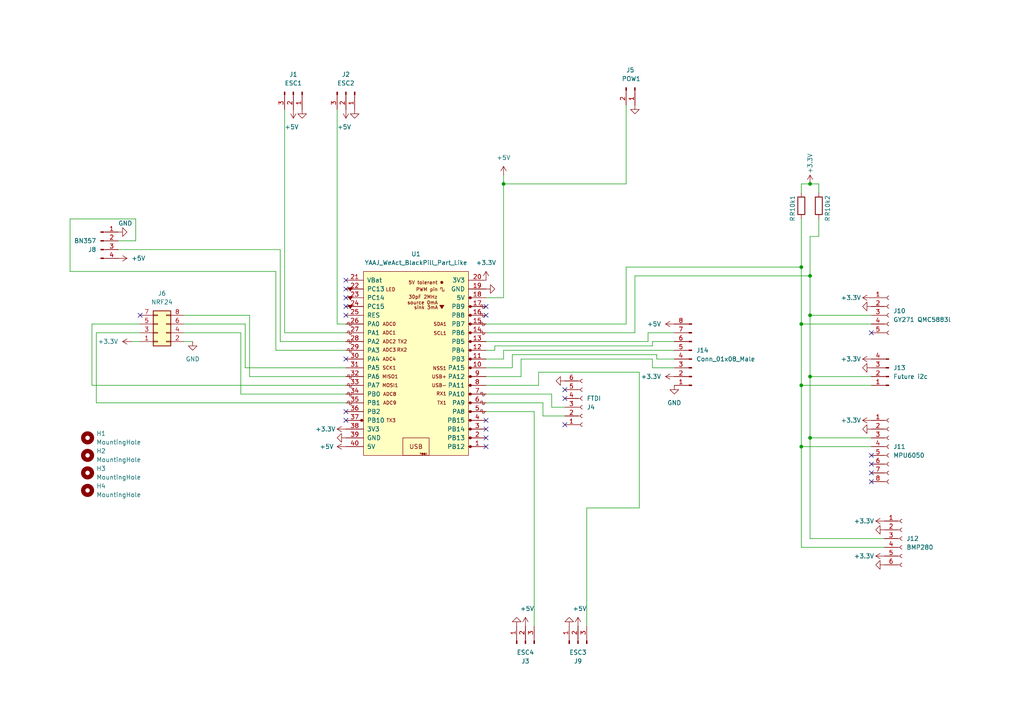
<source format=kicad_sch>
(kicad_sch (version 20211123) (generator eeschema)
  (paper "A4")
  (lib_symbols
    (symbol "Connector:Conn_01x02_Male" (pin_names (offset 1.016) hide)
      (property "Reference" "J" (at 0 2.54 0))
      (property "Value" "Conn_01x02_Male" (at 0 -5.08 0))
      (symbol "Conn_01x02_Male_1_1"
        (polyline (pts (xy 1.27 -2.54) (xy 0.8636 -2.54)) (stroke (width 0.1524)))
        (polyline (pts (xy 1.27 0) (xy 0.8636 0)) (stroke (width 0.1524)))
        (rectangle (start 0.8636 -2.413) (end 0 -2.667) (stroke (width 0.1524)) (fill (type outline)))
        (rectangle (start 0.8636 0.127) (end 0 -0.127) (stroke (width 0.1524)) (fill (type outline)))
        (pin passive line (at 5.08 0 180) (length 3.81) (name "Pin_1") (number "1"))
        (pin passive line (at 5.08 -2.54 180) (length 3.81) (name "Pin_2") (number "2"))
      )
    )
    (symbol "Connector:Conn_01x03_Male" (pin_names (offset 1.016) hide)
      (property "Reference" "J" (at 0 5.08 0))
      (property "Value" "Conn_01x03_Male" (at 0 -5.08 0))
      (symbol "Conn_01x03_Male_1_1"
        (polyline (pts (xy 1.27 -2.54) (xy 0.8636 -2.54)) (stroke (width 0.1524)))
        (polyline (pts (xy 1.27 0) (xy 0.8636 0)) (stroke (width 0.1524)))
        (polyline (pts (xy 1.27 2.54) (xy 0.8636 2.54)) (stroke (width 0.1524)))
        (rectangle (start 0.8636 -2.413) (end 0 -2.667) (stroke (width 0.1524)) (fill (type outline)))
        (rectangle (start 0.8636 0.127) (end 0 -0.127) (stroke (width 0.1524)) (fill (type outline)))
        (rectangle (start 0.8636 2.667) (end 0 2.413) (stroke (width 0.1524)) (fill (type outline)))
        (pin passive line (at 5.08 2.54 180) (length 3.81) (name "Pin_1") (number "1"))
        (pin passive line (at 5.08 0 180) (length 3.81) (name "Pin_2") (number "2"))
        (pin passive line (at 5.08 -2.54 180) (length 3.81) (name "Pin_3") (number "3"))
      )
    )
    (symbol "Connector:Conn_01x04_Male" (pin_names (offset 1.016) hide)
      (property "Reference" "J" (at 0 5.08 0))
      (property "Value" "Conn_01x04_Male" (at 0 -7.62 0))
      (symbol "Conn_01x04_Male_1_1"
        (polyline (pts (xy 1.27 -5.08) (xy 0.8636 -5.08)) (stroke (width 0.1524)))
        (polyline (pts (xy 1.27 -2.54) (xy 0.8636 -2.54)) (stroke (width 0.1524)))
        (polyline (pts (xy 1.27 0) (xy 0.8636 0)) (stroke (width 0.1524)))
        (polyline (pts (xy 1.27 2.54) (xy 0.8636 2.54)) (stroke (width 0.1524)))
        (rectangle (start 0.8636 -4.953) (end 0 -5.207) (stroke (width 0.1524)) (fill (type outline)))
        (rectangle (start 0.8636 -2.413) (end 0 -2.667) (stroke (width 0.1524)) (fill (type outline)))
        (rectangle (start 0.8636 0.127) (end 0 -0.127) (stroke (width 0.1524)) (fill (type outline)))
        (rectangle (start 0.8636 2.667) (end 0 2.413) (stroke (width 0.1524)) (fill (type outline)))
        (pin passive line (at 5.08 2.54 180) (length 3.81) (name "Pin_1") (number "1"))
        (pin passive line (at 5.08 0 180) (length 3.81) (name "Pin_2") (number "2"))
        (pin passive line (at 5.08 -2.54 180) (length 3.81) (name "Pin_3") (number "3"))
        (pin passive line (at 5.08 -5.08 180) (length 3.81) (name "Pin_4") (number "4"))
      )
    )
    (symbol "Connector:Conn_01x05_Female" (pin_names (offset 1.016) hide)
      (property "Reference" "J" (at 0 7.62 0))
      (property "Value" "Conn_01x05_Female" (at 0 -7.62 0))
      (symbol "Conn_01x05_Female_1_1"
        (arc (start 0 -4.572) (mid -0.508 -5.08) (end 0 -5.588) (stroke (width 0.1524)))
        (arc (start 0 -2.032) (mid -0.508 -2.54) (end 0 -3.048) (stroke (width 0.1524)))
        (polyline (pts (xy -1.27 -5.08) (xy -0.508 -5.08)) (stroke (width 0.1524)))
        (polyline (pts (xy -1.27 -2.54) (xy -0.508 -2.54)) (stroke (width 0.1524)))
        (polyline (pts (xy -1.27 0) (xy -0.508 0)) (stroke (width 0.1524)))
        (polyline (pts (xy -1.27 2.54) (xy -0.508 2.54)) (stroke (width 0.1524)))
        (polyline (pts (xy -1.27 5.08) (xy -0.508 5.08)) (stroke (width 0.1524)))
        (arc (start 0 0.508) (mid -0.508 0) (end 0 -0.508) (stroke (width 0.1524)))
        (arc (start 0 3.048) (mid -0.508 2.54) (end 0 2.032) (stroke (width 0.1524)))
        (arc (start 0 5.588) (mid -0.508 5.08) (end 0 4.572) (stroke (width 0.1524)))
        (pin passive line (at -5.08 5.08 0) (length 3.81) (name "Pin_1") (number "1"))
        (pin passive line (at -5.08 2.54 0) (length 3.81) (name "Pin_2") (number "2"))
        (pin passive line (at -5.08 0 0) (length 3.81) (name "Pin_3") (number "3"))
        (pin passive line (at -5.08 -2.54 0) (length 3.81) (name "Pin_4") (number "4"))
        (pin passive line (at -5.08 -5.08 0) (length 3.81) (name "Pin_5") (number "5"))
      )
    )
    (symbol "Connector:Conn_01x06_Female" (pin_names (offset 1.016) hide)
      (property "Reference" "J" (at 0 7.62 0))
      (property "Value" "Conn_01x06_Female" (at 0 -10.16 0))
      (symbol "Conn_01x06_Female_1_1"
        (arc (start 0 -7.112) (mid -0.508 -7.62) (end 0 -8.128) (stroke (width 0.1524)))
        (arc (start 0 -4.572) (mid -0.508 -5.08) (end 0 -5.588) (stroke (width 0.1524)))
        (arc (start 0 -2.032) (mid -0.508 -2.54) (end 0 -3.048) (stroke (width 0.1524)))
        (polyline (pts (xy -1.27 -7.62) (xy -0.508 -7.62)) (stroke (width 0.1524)))
        (polyline (pts (xy -1.27 -5.08) (xy -0.508 -5.08)) (stroke (width 0.1524)))
        (polyline (pts (xy -1.27 -2.54) (xy -0.508 -2.54)) (stroke (width 0.1524)))
        (polyline (pts (xy -1.27 0) (xy -0.508 0)) (stroke (width 0.1524)))
        (polyline (pts (xy -1.27 2.54) (xy -0.508 2.54)) (stroke (width 0.1524)))
        (polyline (pts (xy -1.27 5.08) (xy -0.508 5.08)) (stroke (width 0.1524)))
        (arc (start 0 0.508) (mid -0.508 0) (end 0 -0.508) (stroke (width 0.1524)))
        (arc (start 0 3.048) (mid -0.508 2.54) (end 0 2.032) (stroke (width 0.1524)))
        (arc (start 0 5.588) (mid -0.508 5.08) (end 0 4.572) (stroke (width 0.1524)))
        (pin passive line (at -5.08 5.08 0) (length 3.81) (name "Pin_1") (number "1"))
        (pin passive line (at -5.08 2.54 0) (length 3.81) (name "Pin_2") (number "2"))
        (pin passive line (at -5.08 0 0) (length 3.81) (name "Pin_3") (number "3"))
        (pin passive line (at -5.08 -2.54 0) (length 3.81) (name "Pin_4") (number "4"))
        (pin passive line (at -5.08 -5.08 0) (length 3.81) (name "Pin_5") (number "5"))
        (pin passive line (at -5.08 -7.62 0) (length 3.81) (name "Pin_6") (number "6"))
      )
    )
    (symbol "Connector:Conn_01x08_Female" (pin_names (offset 1.016) hide)
      (property "Reference" "J" (at 0 10.16 0))
      (property "Value" "Conn_01x08_Female" (at 0 -12.7 0))
      (symbol "Conn_01x08_Female_1_1"
        (arc (start 0 -9.652) (mid -0.508 -10.16) (end 0 -10.668) (stroke (width 0.1524)))
        (arc (start 0 -7.112) (mid -0.508 -7.62) (end 0 -8.128) (stroke (width 0.1524)))
        (arc (start 0 -4.572) (mid -0.508 -5.08) (end 0 -5.588) (stroke (width 0.1524)))
        (arc (start 0 -2.032) (mid -0.508 -2.54) (end 0 -3.048) (stroke (width 0.1524)))
        (polyline (pts (xy -1.27 -10.16) (xy -0.508 -10.16)) (stroke (width 0.1524)))
        (polyline (pts (xy -1.27 -7.62) (xy -0.508 -7.62)) (stroke (width 0.1524)))
        (polyline (pts (xy -1.27 -5.08) (xy -0.508 -5.08)) (stroke (width 0.1524)))
        (polyline (pts (xy -1.27 -2.54) (xy -0.508 -2.54)) (stroke (width 0.1524)))
        (polyline (pts (xy -1.27 0) (xy -0.508 0)) (stroke (width 0.1524)))
        (polyline (pts (xy -1.27 2.54) (xy -0.508 2.54)) (stroke (width 0.1524)))
        (polyline (pts (xy -1.27 5.08) (xy -0.508 5.08)) (stroke (width 0.1524)))
        (polyline (pts (xy -1.27 7.62) (xy -0.508 7.62)) (stroke (width 0.1524)))
        (arc (start 0 0.508) (mid -0.508 0) (end 0 -0.508) (stroke (width 0.1524)))
        (arc (start 0 3.048) (mid -0.508 2.54) (end 0 2.032) (stroke (width 0.1524)))
        (arc (start 0 5.588) (mid -0.508 5.08) (end 0 4.572) (stroke (width 0.1524)))
        (arc (start 0 8.128) (mid -0.508 7.62) (end 0 7.112) (stroke (width 0.1524)))
        (pin passive line (at -5.08 7.62 0) (length 3.81) (name "Pin_1") (number "1"))
        (pin passive line (at -5.08 5.08 0) (length 3.81) (name "Pin_2") (number "2"))
        (pin passive line (at -5.08 2.54 0) (length 3.81) (name "Pin_3") (number "3"))
        (pin passive line (at -5.08 0 0) (length 3.81) (name "Pin_4") (number "4"))
        (pin passive line (at -5.08 -2.54 0) (length 3.81) (name "Pin_5") (number "5"))
        (pin passive line (at -5.08 -5.08 0) (length 3.81) (name "Pin_6") (number "6"))
        (pin passive line (at -5.08 -7.62 0) (length 3.81) (name "Pin_7") (number "7"))
        (pin passive line (at -5.08 -10.16 0) (length 3.81) (name "Pin_8") (number "8"))
      )
    )
    (symbol "Connector:Conn_01x08_Male" (pin_names (offset 1.016) hide)
      (property "Reference" "J" (at 0 10.16 0))
      (property "Value" "Conn_01x08_Male" (at 0 -12.7 0))
      (symbol "Conn_01x08_Male_1_1"
        (polyline (pts (xy 1.27 -10.16) (xy 0.8636 -10.16)) (stroke (width 0.1524)))
        (polyline (pts (xy 1.27 -7.62) (xy 0.8636 -7.62)) (stroke (width 0.1524)))
        (polyline (pts (xy 1.27 -5.08) (xy 0.8636 -5.08)) (stroke (width 0.1524)))
        (polyline (pts (xy 1.27 -2.54) (xy 0.8636 -2.54)) (stroke (width 0.1524)))
        (polyline (pts (xy 1.27 0) (xy 0.8636 0)) (stroke (width 0.1524)))
        (polyline (pts (xy 1.27 2.54) (xy 0.8636 2.54)) (stroke (width 0.1524)))
        (polyline (pts (xy 1.27 5.08) (xy 0.8636 5.08)) (stroke (width 0.1524)))
        (polyline (pts (xy 1.27 7.62) (xy 0.8636 7.62)) (stroke (width 0.1524)))
        (rectangle (start 0.8636 -10.033) (end 0 -10.287) (stroke (width 0.1524)) (fill (type outline)))
        (rectangle (start 0.8636 -7.493) (end 0 -7.747) (stroke (width 0.1524)) (fill (type outline)))
        (rectangle (start 0.8636 -4.953) (end 0 -5.207) (stroke (width 0.1524)) (fill (type outline)))
        (rectangle (start 0.8636 -2.413) (end 0 -2.667) (stroke (width 0.1524)) (fill (type outline)))
        (rectangle (start 0.8636 0.127) (end 0 -0.127) (stroke (width 0.1524)) (fill (type outline)))
        (rectangle (start 0.8636 2.667) (end 0 2.413) (stroke (width 0.1524)) (fill (type outline)))
        (rectangle (start 0.8636 5.207) (end 0 4.953) (stroke (width 0.1524)) (fill (type outline)))
        (rectangle (start 0.8636 7.747) (end 0 7.493) (stroke (width 0.1524)) (fill (type outline)))
        (pin passive line (at 5.08 7.62 180) (length 3.81) (name "Pin_1") (number "1"))
        (pin passive line (at 5.08 5.08 180) (length 3.81) (name "Pin_2") (number "2"))
        (pin passive line (at 5.08 2.54 180) (length 3.81) (name "Pin_3") (number "3"))
        (pin passive line (at 5.08 0 180) (length 3.81) (name "Pin_4") (number "4"))
        (pin passive line (at 5.08 -2.54 180) (length 3.81) (name "Pin_5") (number "5"))
        (pin passive line (at 5.08 -5.08 180) (length 3.81) (name "Pin_6") (number "6"))
        (pin passive line (at 5.08 -7.62 180) (length 3.81) (name "Pin_7") (number "7"))
        (pin passive line (at 5.08 -10.16 180) (length 3.81) (name "Pin_8") (number "8"))
      )
    )
    (symbol "Connector_Generic:Conn_02x04_Odd_Even" (pin_names (offset 1.016) hide)
      (property "Reference" "J" (at 1.27 5.08 0))
      (property "Value" "Conn_02x04_Odd_Even" (at 1.27 -7.62 0))
      (symbol "Conn_02x04_Odd_Even_1_1"
        (rectangle (start -1.27 -4.953) (end 0 -5.207) (stroke (width 0.1524)))
        (rectangle (start -1.27 -2.413) (end 0 -2.667) (stroke (width 0.1524)))
        (rectangle (start -1.27 0.127) (end 0 -0.127) (stroke (width 0.1524)))
        (rectangle (start -1.27 2.667) (end 0 2.413) (stroke (width 0.1524)))
        (rectangle (start -1.27 3.81) (end 3.81 -6.35) (stroke (width 0.254)) (fill (type background)))
        (rectangle (start 3.81 -4.953) (end 2.54 -5.207) (stroke (width 0.1524)))
        (rectangle (start 3.81 -2.413) (end 2.54 -2.667) (stroke (width 0.1524)))
        (rectangle (start 3.81 0.127) (end 2.54 -0.127) (stroke (width 0.1524)))
        (rectangle (start 3.81 2.667) (end 2.54 2.413) (stroke (width 0.1524)))
        (pin passive line (at -5.08 2.54 0) (length 3.81) (name "Pin_1") (number "1"))
        (pin passive line (at 7.62 2.54 180) (length 3.81) (name "Pin_2") (number "2"))
        (pin passive line (at -5.08 0 0) (length 3.81) (name "Pin_3") (number "3"))
        (pin passive line (at 7.62 0 180) (length 3.81) (name "Pin_4") (number "4"))
        (pin passive line (at -5.08 -2.54 0) (length 3.81) (name "Pin_5") (number "5"))
        (pin passive line (at 7.62 -2.54 180) (length 3.81) (name "Pin_6") (number "6"))
        (pin passive line (at -5.08 -5.08 0) (length 3.81) (name "Pin_7") (number "7"))
        (pin passive line (at 7.62 -5.08 180) (length 3.81) (name "Pin_8") (number "8"))
      )
    )
    (symbol "Device:R" (pin_numbers hide) (pin_names (offset 0))
      (property "Reference" "R" (at 2.032 0 90))
      (property "Value" "R" (at 0 0 90))
      (symbol "R_0_1"
        (rectangle (start -1.016 -2.54) (end 1.016 2.54) (stroke (width 0.254)))
      )
      (symbol "R_1_1"
        (pin passive line (at 0 3.81 270) (length 1.27) (name "~") (number "1"))
        (pin passive line (at 0 -3.81 90) (length 1.27) (name "~") (number "2"))
      )
    )
    (symbol "Mechanical:MountingHole" (pin_names (offset 1.016))
      (property "Reference" "H" (at 0 5.08 0))
      (property "Value" "MountingHole" (at 0 3.175 0))
      (symbol "MountingHole_0_1"
        (circle (center 0 0) (radius 1.27) (stroke (width 1.27)))
      )
    )
    (symbol "blackpill breakout:YAAJ_WeAct_BlackPill_Part_Like" (pin_names (offset 1.016))
      (property "Reference" "U" (at -12.7 27.94 0))
      (property "Value" "YAAJ_WeAct_BlackPill_Part_Like" (at 0 2.54 90))
      (symbol "YAAJ_WeAct_BlackPill_Part_Like_0_0"
        (circle (center -15.748 -20.32) (radius 0.3556) (fill (type outline)))
        (circle (center -15.748 -17.78) (radius 0.3556) (fill (type outline)))
        (circle (center -15.748 -15.24) (radius 0.3556) (fill (type outline)))
        (circle (center -15.748 -12.7) (radius 0.3556) (fill (type outline)))
        (circle (center -15.748 -10.16) (radius 0.3556) (fill (type outline)))
        (circle (center -15.748 -7.62) (radius 0.3556) (fill (type outline)))
        (circle (center -15.748 -5.08) (radius 0.3556) (fill (type outline)))
        (circle (center -15.748 -2.54) (radius 0.3556) (fill (type outline)))
        (circle (center -15.748 0) (radius 0.3556) (fill (type outline)))
        (circle (center -15.748 2.54) (radius 0.3556) (fill (type outline)))
        (circle (center -15.748 5.08) (radius 0.3556) (fill (type outline)))
        (circle (center -15.748 7.62) (radius 0.3556) (fill (type outline)))
        (circle (center -15.748 10.16) (radius 0.3556) (fill (type outline)))
        (circle (center -15.748 12.7) (radius 0.3556) (fill (type outline)))
        (circle (center -15.748 15.24) (radius 0.3556) (fill (type outline)))
        (circle (center -15.748 17.78) (radius 0.3556) (fill (type outline)))
        (circle (center -15.748 22.86) (radius 0.3556) (fill (type outline)))
        (circle (center -7.493 -24.765) (radius 0.127) (fill (type outline)))
        (circle (center -7.493 -24.765) (radius 0.254))
        (circle (center -7.493 -24.765) (radius 0.3556))
        (polyline (pts (xy -8.128 -18.161) (xy -7.493 -17.145) (xy -6.858 -18.161) (xy -8.128 -18.161) (xy -7.493 -17.272) (xy -6.985 -18.161) (xy -8.001 -18.034) (xy -7.493 -17.399) (xy -7.112 -18.161) (xy -7.874 -17.907) (xy -7.366 -17.526) (xy -7.239 -18.161) (xy -7.747 -17.78) (xy -7.239 -17.653) (xy -7.366 -18.034) (xy -7.62 -17.78) (xy -7.366 -17.907) (xy -7.493 -17.653)))
        (polyline (pts (xy 18.415 -23.241) (xy 19.05 -22.225) (xy 19.685 -23.241) (xy 18.415 -23.241) (xy 19.05 -22.352) (xy 19.558 -23.241) (xy 18.542 -23.114) (xy 19.05 -22.479) (xy 19.431 -23.241) (xy 18.669 -22.987) (xy 19.177 -22.606) (xy 19.304 -23.241) (xy 18.796 -22.86) (xy 19.304 -22.733) (xy 19.177 -23.114) (xy 18.923 -22.86) (xy 19.177 -22.987) (xy 19.05 -22.733)))
        (polyline (pts (xy 18.415 -20.701) (xy 19.05 -19.685) (xy 19.685 -20.701) (xy 18.415 -20.701) (xy 19.05 -19.812) (xy 19.558 -20.701) (xy 18.542 -20.574) (xy 19.05 -19.939) (xy 19.431 -20.701) (xy 18.669 -20.447) (xy 19.177 -20.066) (xy 19.304 -20.701) (xy 18.796 -20.32) (xy 19.304 -20.193) (xy 19.177 -20.574) (xy 18.923 -20.32) (xy 19.177 -20.447) (xy 19.05 -20.193)))
        (polyline (pts (xy 18.415 -18.161) (xy 19.05 -17.145) (xy 19.685 -18.161) (xy 18.415 -18.161) (xy 19.05 -17.272) (xy 19.558 -18.161) (xy 18.542 -18.034) (xy 19.05 -17.399) (xy 19.431 -18.161) (xy 18.669 -17.907) (xy 19.177 -17.526) (xy 19.304 -18.161) (xy 18.796 -17.78) (xy 19.304 -17.653) (xy 19.177 -18.034) (xy 18.923 -17.78) (xy 19.177 -17.907) (xy 19.05 -17.653)))
        (circle (center 15.748 15.24) (radius 0.254) (fill (type outline)))
        (circle (center 15.748 15.24) (radius 0.3556))
        (text "30pF 2MHz" (at -2.032 -20.574 0) (effects (font (size 0.9906 0.9906))))
        (text "5V tolerant" (at -2.032 -24.765 0) (effects (font (size 0.9906 0.9906))))
        (text "ADC0" (at 7.747 -12.7 0) (effects (font (size 0.9906 0.9906))))
        (text "ADC1" (at 7.747 -10.16 0) (effects (font (size 0.9906 0.9906))))
        (text "ADC2" (at 7.747 -7.62 0) (effects (font (size 0.9906 0.9906))))
        (text "ADC3" (at 7.747 -5.207 0) (effects (font (size 0.9906 0.9906))))
        (text "ADC4" (at 7.747 -2.54 0) (effects (font (size 0.9906 0.9906))))
        (text "ADC8" (at 7.62 7.62 0) (effects (font (size 0.9906 0.9906))))
        (text "ADC9" (at 7.62 10.16 0) (effects (font (size 0.9906 0.9906))))
        (text "LED" (at 7.366 -22.733 0) (effects (font (size 0.9906 0.9906))))
        (text "MISO1" (at 7.493 2.54 0) (effects (font (size 0.9906 0.9906))))
        (text "MOSI1" (at 7.493 5.08 0) (effects (font (size 0.9906 0.9906))))
        (text "NSS1" (at -6.858 0.127 0) (effects (font (size 0.9906 0.9906))))
        (text "PWM pin" (at -3.175 -22.733 0) (effects (font (size 0.9906 0.9906))))
        (text "RX1" (at -7.366 7.493 0) (effects (font (size 0.9906 0.9906))))
        (text "RX2" (at 4.064 -5.207 0) (effects (font (size 0.9906 0.9906))))
        (text "SCK1" (at 7.747 0 0) (effects (font (size 0.9906 0.9906))))
        (text "SCL1" (at -6.985 -10.033 0) (effects (font (size 0.9906 0.9906))))
        (text "SDA1" (at -6.985 -12.7 0) (effects (font (size 0.9906 0.9906))))
        (text "sink 3mA" (at -2.921 -17.526 0) (effects (font (size 0.9906 0.9906))))
        (text "source 0mA" (at -1.905 -18.923 0) (effects (font (size 0.9906 0.9906))))
        (text "TX1" (at -7.493 10.16 0) (effects (font (size 0.9906 0.9906))))
        (text "TX2" (at 3.937 -7.62 0) (effects (font (size 0.9906 0.9906))))
        (text "TX3" (at 7.239 15.24 0) (effects (font (size 0.9906 0.9906))))
        (text "USB" (at 0 22.86 0) (effects (font (size 1.27 1.27))))
        (text "USB+" (at -6.731 2.54 0) (effects (font (size 0.9906 0.9906))))
        (text "USB-" (at -6.731 5.08 0) (effects (font (size 0.9906 0.9906))))
        (text "Y@@J" (at -2.159 24.892 0) (effects (font (size 0.508 0.508))))
      )
      (symbol "YAAJ_WeAct_BlackPill_Part_Like_0_1"
        (rectangle (start -15.24 25.4) (end 15.24 -27.94) (fill (type background)))
        (polyline (pts (xy -18.796 -17.78) (xy -18.796 -18.288) (xy -19.304 -18.288) (xy -19.304 -17.272) (xy -19.812 -17.272) (xy -19.812 -17.78)))
        (polyline (pts (xy -18.796 -15.24) (xy -18.796 -15.748) (xy -19.304 -15.748) (xy -19.304 -14.732) (xy -19.812 -14.732) (xy -19.812 -15.24)))
        (polyline (pts (xy -18.796 -12.7) (xy -18.796 -13.208) (xy -19.304 -13.208) (xy -19.304 -12.192) (xy -19.812 -12.192) (xy -19.812 -12.7)))
        (polyline (pts (xy -18.796 -10.16) (xy -18.796 -10.668) (xy -19.304 -10.668) (xy -19.304 -9.652) (xy -19.812 -9.652) (xy -19.812 -10.16)))
        (polyline (pts (xy -18.796 7.62) (xy -18.796 7.112) (xy -19.304 7.112) (xy -19.304 8.128) (xy -19.812 8.128) (xy -19.812 7.62)))
        (polyline (pts (xy -18.796 10.16) (xy -18.796 9.652) (xy -19.304 9.652) (xy -19.304 10.668) (xy -19.812 10.668) (xy -19.812 10.16)))
        (polyline (pts (xy -18.796 12.7) (xy -18.796 12.192) (xy -19.304 12.192) (xy -19.304 13.208) (xy -19.812 13.208) (xy -19.812 12.7)))
        (polyline (pts (xy -7.112 -22.733) (xy -7.112 -23.241) (xy -7.62 -23.241) (xy -7.62 -22.225) (xy -8.128 -22.225) (xy -8.128 -22.733)))
        (polyline (pts (xy 19.812 -12.7) (xy 19.812 -13.208) (xy 19.304 -13.208) (xy 19.304 -12.192) (xy 18.796 -12.192) (xy 18.796 -12.7)))
        (polyline (pts (xy 19.812 -10.16) (xy 19.812 -10.668) (xy 19.304 -10.668) (xy 19.304 -9.652) (xy 18.796 -9.652) (xy 18.796 -10.16)))
        (polyline (pts (xy 19.812 -7.62) (xy 19.812 -8.128) (xy 19.304 -8.128) (xy 19.304 -7.112) (xy 18.796 -7.112) (xy 18.796 -7.62)))
        (polyline (pts (xy 19.812 -5.08) (xy 19.812 -5.588) (xy 19.304 -5.588) (xy 19.304 -4.572) (xy 18.796 -4.572) (xy 18.796 -5.08)))
        (polyline (pts (xy 19.812 2.54) (xy 19.812 2.032) (xy 19.304 2.032) (xy 19.304 3.048) (xy 18.796 3.048) (xy 18.796 2.54)))
        (polyline (pts (xy 19.812 5.08) (xy 19.812 4.572) (xy 19.304 4.572) (xy 19.304 5.588) (xy 18.796 5.588) (xy 18.796 5.08)))
        (polyline (pts (xy 19.812 7.62) (xy 19.812 7.112) (xy 19.304 7.112) (xy 19.304 8.128) (xy 18.796 8.128) (xy 18.796 7.62)))
        (polyline (pts (xy 19.812 10.16) (xy 19.812 9.652) (xy 19.304 9.652) (xy 19.304 10.668) (xy 18.796 10.668) (xy 18.796 10.16)))
        (rectangle (start 3.81 25.4) (end -3.81 20.32))
      )
      (symbol "YAAJ_WeAct_BlackPill_Part_Like_1_1"
        (circle (center -15.748 20.32) (radius 0.3556) (fill (type outline)))
        (pin bidirectional line (at -20.32 22.86 0) (length 5.08) (name "PB12") (number "1"))
        (pin bidirectional line (at -20.32 0 0) (length 5.08) (name "PA15") (number "10"))
        (pin bidirectional line (at -20.32 -2.54 0) (length 5.08) (name "PB3") (number "11"))
        (pin bidirectional line (at -20.32 -5.08 0) (length 5.08) (name "PB4") (number "12"))
        (pin bidirectional line (at -20.32 -7.62 0) (length 5.08) (name "PB5") (number "13"))
        (pin bidirectional line (at -20.32 -10.16 0) (length 5.08) (name "PB6") (number "14"))
        (pin bidirectional line (at -20.32 -12.7 0) (length 5.08) (name "PB7") (number "15"))
        (pin bidirectional line (at -20.32 -15.24 0) (length 5.08) (name "PB8") (number "16"))
        (pin bidirectional line (at -20.32 -17.78 0) (length 5.08) (name "PB9") (number "17"))
        (pin power_in line (at -20.32 -20.32 0) (length 5.08) (name "5V") (number "18"))
        (pin power_in line (at -20.32 -22.86 0) (length 5.08) (name "GND") (number "19"))
        (pin bidirectional line (at -20.32 20.32 0) (length 5.08) (name "PB13") (number "2"))
        (pin power_in line (at -20.32 -25.4 0) (length 5.08) (name "3V3") (number "20"))
        (pin power_in line (at 20.32 -25.4 180) (length 5.08) (name "VBat") (number "21"))
        (pin bidirectional line (at 20.32 -22.86 180) (length 5.08) (name "PC13") (number "22"))
        (pin bidirectional line (at 20.32 -20.32 180) (length 5.08) (name "PC14") (number "23"))
        (pin bidirectional line (at 20.32 -17.78 180) (length 5.08) (name "PC15") (number "24"))
        (pin input line (at 20.32 -15.24 180) (length 5.08) (name "RES") (number "25"))
        (pin bidirectional line (at 20.32 -12.7 180) (length 5.08) (name "PA0") (number "26"))
        (pin bidirectional line (at 20.32 -10.16 180) (length 5.08) (name "PA1") (number "27"))
        (pin bidirectional line (at 20.32 -7.62 180) (length 5.08) (name "PA2") (number "28"))
        (pin bidirectional line (at 20.32 -5.08 180) (length 5.08) (name "PA3") (number "29"))
        (pin bidirectional line (at -20.32 17.78 0) (length 5.08) (name "PB14") (number "3"))
        (pin bidirectional line (at 20.32 -2.54 180) (length 5.08) (name "PA4") (number "30"))
        (pin bidirectional line (at 20.32 0 180) (length 5.08) (name "PA5") (number "31"))
        (pin bidirectional line (at 20.32 2.54 180) (length 5.08) (name "PA6") (number "32"))
        (pin bidirectional line (at 20.32 5.08 180) (length 5.08) (name "PA7") (number "33"))
        (pin bidirectional line (at 20.32 7.62 180) (length 5.08) (name "PB0") (number "34"))
        (pin bidirectional line (at 20.32 10.16 180) (length 5.08) (name "PB1") (number "35"))
        (pin bidirectional line (at 20.32 12.7 180) (length 5.08) (name "PB2") (number "36"))
        (pin bidirectional line (at 20.32 15.24 180) (length 5.08) (name "PB10") (number "37"))
        (pin power_in line (at 20.32 17.78 180) (length 5.08) (name "3V3") (number "38"))
        (pin power_in line (at 20.32 20.32 180) (length 5.08) (name "GND") (number "39"))
        (pin bidirectional line (at -20.32 15.24 0) (length 5.08) (name "PB15") (number "4"))
        (pin power_in line (at 20.32 22.86 180) (length 5.08) (name "5V") (number "40"))
        (pin bidirectional line (at -20.32 12.7 0) (length 5.08) (name "PA8") (number "5"))
        (pin bidirectional line (at -20.32 10.16 0) (length 5.08) (name "PA9") (number "6"))
        (pin bidirectional line (at -20.32 7.62 0) (length 5.08) (name "PA10") (number "7"))
        (pin bidirectional line (at -20.32 5.08 0) (length 5.08) (name "PA11") (number "8"))
        (pin bidirectional line (at -20.32 2.54 0) (length 5.08) (name "PA12") (number "9"))
      )
    )
    (symbol "power:+3.3V" (power) (pin_names (offset 0))
      (property "Value" "+3.3V" (at 0 3.556 0))
      (symbol "+3.3V_0_1"
        (polyline (pts (xy -0.762 1.27) (xy 0 2.54)))
        (polyline (pts (xy 0 0) (xy 0 2.54)))
        (polyline (pts (xy 0 2.54) (xy 0.762 1.27)))
      )
      (symbol "+3.3V_1_1"
        (pin power_in line (at 0 0 90) (length 0) hide (name "+3.3V") (number "1"))
      )
    )
    (symbol "power:+5V" (power) (pin_names (offset 0))
      (property "Value" "+5V" (at 0 3.556 0))
      (symbol "+5V_0_1"
        (polyline (pts (xy -0.762 1.27) (xy 0 2.54)))
        (polyline (pts (xy 0 0) (xy 0 2.54)))
        (polyline (pts (xy 0 2.54) (xy 0.762 1.27)))
      )
      (symbol "+5V_1_1"
        (pin power_in line (at 0 0 90) (length 0) hide (name "+5V") (number "1"))
      )
    )
    (symbol "power:GND" (power) (pin_names (offset 0))
      (property "Value" "GND" (at 0 -3.81 0))
      (symbol "GND_0_1"
        (polyline (pts (xy 0 0) (xy 0 -1.27) (xy 1.27 -1.27) (xy 0 -2.54) (xy -1.27 -1.27) (xy 0 -1.27)))
      )
      (symbol "GND_1_1"
        (pin power_in line (at 0 0 270) (length 0) hide (name "GND") (number "1"))
      )
    )
  )
  (junction (at 234.95 109.22))
  (junction (at 232.41 111.76))
  (junction (at 232.41 129.54))
  (junction (at 146.05 53.34))
  (junction (at 234.95 53.34))
  (junction (at 234.95 80.01))
  (junction (at 234.95 127))
  (junction (at 234.95 91.44))
  (junction (at 232.41 77.47))
  (junction (at 232.41 93.98))
  (no_connect (at 252.73 96.52))
  (no_connect (at 100.33 121.92))
  (no_connect (at 140.97 121.92))
  (no_connect (at 140.97 124.46))
  (no_connect (at 140.97 129.54))
  (no_connect (at 140.97 127))
  (no_connect (at 252.73 139.7))
  (no_connect (at 252.73 132.08))
  (no_connect (at 252.73 134.62))
  (no_connect (at 252.73 137.16))
  (no_connect (at 100.33 83.82))
  (no_connect (at 100.33 81.28))
  (no_connect (at 100.33 119.38))
  (no_connect (at 100.33 104.14))
  (no_connect (at 100.33 91.44))
  (no_connect (at 100.33 88.9))
  (no_connect (at 100.33 86.36))
  (no_connect (at 163.83 115.57))
  (no_connect (at 163.83 113.03))
  (no_connect (at 163.83 123.19))
  (no_connect (at 140.97 91.44))
  (no_connect (at 140.97 88.9))
  (no_connect (at 40.64 91.44))
  (wire (pts (xy 146.05 86.36) (xy 140.97 86.36)))
  (wire (pts (xy 53.34 96.52) (xy 69.85 96.52)))
  (wire (pts (xy 189.23 99.06) (xy 195.58 99.06)))
  (wire (pts (xy 190.5 102.87) (xy 190.5 104.14)))
  (wire (pts (xy 72.39 91.44) (xy 72.39 109.22)))
  (wire (pts (xy 82.55 31.75) (xy 82.55 96.52)))
  (wire (pts (xy 170.18 147.32) (xy 170.18 181.61)))
  (wire (pts (xy 140.97 96.52) (xy 184.15 96.52)))
  (wire (pts (xy 69.85 114.3) (xy 100.33 114.3)))
  (wire (pts (xy 39.37 63.5) (xy 20.32 63.5)))
  (wire (pts (xy 148.59 102.87) (xy 190.5 102.87)))
  (wire (pts (xy 181.61 77.47) (xy 232.41 77.47)))
  (wire (pts (xy 26.67 111.76) (xy 26.67 93.98)))
  (wire (pts (xy 38.1 99.06) (xy 40.64 99.06)))
  (wire (pts (xy 237.49 63.5) (xy 237.49 68.58)))
  (wire (pts (xy 71.12 106.68) (xy 100.33 106.68)))
  (wire (pts (xy 160.02 114.3) (xy 160.02 118.11)))
  (wire (pts (xy 27.94 96.52) (xy 40.64 96.52)))
  (wire (pts (xy 185.42 147.32) (xy 170.18 147.32)))
  (wire (pts (xy 69.85 96.52) (xy 69.85 114.3)))
  (wire (pts (xy 140.97 101.6) (xy 143.51 101.6)))
  (wire (pts (xy 80.01 101.6) (xy 100.33 101.6)))
  (wire (pts (xy 146.05 53.34) (xy 146.05 86.36)))
  (wire (pts (xy 232.41 129.54) (xy 252.73 129.54)))
  (wire (pts (xy 71.12 93.98) (xy 71.12 106.68)))
  (wire (pts (xy 163.83 120.65) (xy 157.48 120.65)))
  (wire (pts (xy 97.79 31.75) (xy 97.79 93.98)))
  (wire (pts (xy 232.41 158.75) (xy 256.54 158.75)))
  (wire (pts (xy 187.96 96.52) (xy 195.58 96.52)))
  (wire (pts (xy 146.05 101.6) (xy 146.05 104.14)))
  (wire (pts (xy 237.49 53.34) (xy 237.49 55.88)))
  (wire (pts (xy 189.23 106.68) (xy 189.23 104.14)))
  (wire (pts (xy 234.95 91.44) (xy 252.73 91.44)))
  (wire (pts (xy 234.95 109.22) (xy 252.73 109.22)))
  (wire (pts (xy 232.41 77.47) (xy 232.41 93.98)))
  (wire (pts (xy 234.95 127) (xy 234.95 156.21)))
  (wire (pts (xy 187.96 99.06) (xy 187.96 96.52)))
  (wire (pts (xy 27.94 116.84) (xy 100.33 116.84)))
  (wire (pts (xy 154.94 119.38) (xy 154.94 181.61)))
  (wire (pts (xy 185.42 107.95) (xy 185.42 147.32)))
  (wire (pts (xy 181.61 30.48) (xy 181.61 53.34)))
  (wire (pts (xy 232.41 93.98) (xy 232.41 111.76)))
  (wire (pts (xy 140.97 104.14) (xy 146.05 104.14)))
  (wire (pts (xy 234.95 68.58) (xy 234.95 80.01)))
  (wire (pts (xy 140.97 106.68) (xy 148.59 106.68)))
  (wire (pts (xy 151.13 104.14) (xy 151.13 109.22)))
  (wire (pts (xy 184.15 96.52) (xy 184.15 80.01)))
  (wire (pts (xy 232.41 53.34) (xy 234.95 53.34)))
  (wire (pts (xy 234.95 80.01) (xy 234.95 91.44)))
  (wire (pts (xy 189.23 100.33) (xy 189.23 99.06)))
  (wire (pts (xy 160.02 118.11) (xy 163.83 118.11)))
  (wire (pts (xy 81.28 99.06) (xy 100.33 99.06)))
  (wire (pts (xy 234.95 91.44) (xy 234.95 109.22)))
  (wire (pts (xy 80.01 78.74) (xy 80.01 101.6)))
  (wire (pts (xy 34.29 69.85) (xy 39.37 69.85)))
  (wire (pts (xy 72.39 109.22) (xy 100.33 109.22)))
  (wire (pts (xy 53.34 93.98) (xy 71.12 93.98)))
  (wire (pts (xy 82.55 96.52) (xy 100.33 96.52)))
  (wire (pts (xy 140.97 116.84) (xy 157.48 116.84)))
  (wire (pts (xy 234.95 127) (xy 252.73 127)))
  (wire (pts (xy 143.51 100.33) (xy 189.23 100.33)))
  (wire (pts (xy 234.95 156.21) (xy 256.54 156.21)))
  (wire (pts (xy 189.23 104.14) (xy 151.13 104.14)))
  (wire (pts (xy 53.34 91.44) (xy 72.39 91.44)))
  (wire (pts (xy 148.59 106.68) (xy 148.59 102.87)))
  (wire (pts (xy 34.29 72.39) (xy 81.28 72.39)))
  (wire (pts (xy 20.32 78.74) (xy 80.01 78.74)))
  (wire (pts (xy 232.41 55.88) (xy 232.41 53.34)))
  (wire (pts (xy 232.41 63.5) (xy 232.41 77.47)))
  (wire (pts (xy 232.41 111.76) (xy 252.73 111.76)))
  (wire (pts (xy 195.58 101.6) (xy 146.05 101.6)))
  (wire (pts (xy 26.67 93.98) (xy 40.64 93.98)))
  (wire (pts (xy 190.5 104.14) (xy 195.58 104.14)))
  (wire (pts (xy 234.95 109.22) (xy 234.95 127)))
  (wire (pts (xy 20.32 63.5) (xy 20.32 78.74)))
  (wire (pts (xy 195.58 106.68) (xy 189.23 106.68)))
  (wire (pts (xy 156.21 107.95) (xy 185.42 107.95)))
  (wire (pts (xy 232.41 129.54) (xy 232.41 158.75)))
  (wire (pts (xy 252.73 93.98) (xy 232.41 93.98)))
  (wire (pts (xy 81.28 99.06) (xy 81.28 72.39)))
  (wire (pts (xy 143.51 101.6) (xy 143.51 100.33)))
  (wire (pts (xy 151.13 109.22) (xy 140.97 109.22)))
  (wire (pts (xy 184.15 80.01) (xy 234.95 80.01)))
  (wire (pts (xy 140.97 93.98) (xy 181.61 93.98)))
  (wire (pts (xy 237.49 68.58) (xy 234.95 68.58)))
  (wire (pts (xy 53.34 99.06) (xy 55.88 99.06)))
  (wire (pts (xy 156.21 111.76) (xy 156.21 107.95)))
  (wire (pts (xy 140.97 114.3) (xy 160.02 114.3)))
  (wire (pts (xy 146.05 53.34) (xy 181.61 53.34)))
  (wire (pts (xy 140.97 99.06) (xy 187.96 99.06)))
  (wire (pts (xy 27.94 96.52) (xy 27.94 116.84)))
  (wire (pts (xy 146.05 50.8) (xy 146.05 53.34)))
  (wire (pts (xy 234.95 53.34) (xy 237.49 53.34)))
  (wire (pts (xy 97.79 93.98) (xy 100.33 93.98)))
  (wire (pts (xy 39.37 69.85) (xy 39.37 63.5)))
  (wire (pts (xy 157.48 120.65) (xy 157.48 116.84)))
  (wire (pts (xy 232.41 111.76) (xy 232.41 129.54)))
  (wire (pts (xy 26.67 111.76) (xy 100.33 111.76)))
  (wire (pts (xy 154.94 119.38) (xy 140.97 119.38)))
  (wire (pts (xy 156.21 111.76) (xy 140.97 111.76)))
  (wire (pts (xy 181.61 93.98) (xy 181.61 77.47)))
  (symbol (lib_id "power:+3.3V") (at 256.54 161.29 90) (unit 1)
    (property "Reference" "#PWR0111" (effects hide))
    (property "Value" "+3.3V" (at 247.65 161.29 90) (effects (justify right)))
  )
  (symbol (lib_id "power:GND") (at 165.1 181.61 180) (unit 1)
    (property "Reference" "#PWR0122" (effects hide))
    (property "Value" "GND" (effects hide))
  )
  (symbol (lib_id "power:+3.3V") (at 100.33 124.46 90) (unit 1)
    (property "Reference" "#PWR0129" (effects hide))
    (property "Value" "+3.3V" (at 91.44 124.46 90) (effects (justify right)))
  )
  (symbol (lib_id "power:+3.3V") (at 195.58 109.22 90) (unit 1)
    (property "Reference" "#PWR0131" (effects hide))
    (property "Value" "+3.3V" (at 191.77 109.2199 90) (effects (justify left)))
  )
  (symbol (lib_id "Mechanical:MountingHole") (at 25.4 127 0) (unit 1)
    (property "Reference" "H1" (at 27.94 125.7299 0) (effects (justify left)))
    (property "Value" "MountingHole" (at 27.94 128.2699 0) (effects (justify left)))
    (property "Footprint" "MountingHole:MountingHole_4.3mm_M4" (effects hide))
  )
  (symbol (lib_id "Connector_Generic:Conn_02x04_Odd_Even") (at 45.72 96.52 0) (mirror x) (unit 1)
    (property "Reference" "J6" (at 46.99 85.09 0))
    (property "Value" "NRF24" (at 46.99 87.63 0))
    (property "Footprint" "Connector_PinSocket_2.54mm:PinSocket_2x04_P2.54mm_Vertical" (effects hide))
  )
  (symbol (lib_id "power:+3.3V") (at 234.95 53.34 0) (unit 1)
    (property "Reference" "#PWR0103" (effects hide))
    (property "Value" "+3.3V" (at 234.95 44.45 90) (effects (justify right)))
  )
  (symbol (lib_id "power:GND") (at 184.15 30.48 0) (unit 1)
    (property "Reference" "#PWR0121" (effects hide))
    (property "Value" "GND" (effects hide))
  )
  (symbol (lib_id "power:GND") (at 195.58 111.76 0) (unit 1)
    (property "Reference" "#PWR0132" (effects hide))
    (property "Value" "GND" (at 195.58 116.84 0))
  )
  (symbol (lib_id "power:GND") (at 55.88 99.06 0) (unit 1)
    (property "Reference" "#PWR0126" (effects hide))
    (property "Value" "GND" (at 55.88 104.14 0))
  )
  (symbol (lib_id "Connector:Conn_01x04_Male") (at 29.21 69.85 0) (unit 1)
    (property "Reference" "J8" (at 27.94 72.3901 0) (effects (justify right)))
    (property "Value" "BN357" (at 27.94 69.8501 0) (effects (justify right)))
    (property "Footprint" "Connector_PinHeader_2.54mm:PinHeader_1x04_P2.54mm_Vertical" (effects hide))
  )
  (symbol (lib_id "Connector:Conn_01x05_Female") (at 257.81 91.44 0) (unit 1)
    (property "Reference" "J10" (at 259.08 90.1699 0) (effects (justify left)))
    (property "Value" "GY271 QMC5883l" (at 259.08 92.7099 0) (effects (justify left)))
    (property "Footprint" "Connector_PinSocket_2.54mm:PinSocket_1x05_P2.54mm_Vertical" (effects hide))
  )
  (symbol (lib_id "power:+5V") (at 85.09 31.75 180) (unit 1)
    (property "Reference" "#PWR0115" (effects hide))
    (property "Value" "+5V" (at 82.55 36.83 0) (effects (justify right)))
  )
  (symbol (lib_id "power:+3.3V") (at 140.97 81.28 0) (unit 1)
    (property "Reference" "#PWR0114" (effects hide))
    (property "Value" "+3.3V" (at 140.97 76.2 0))
  )
  (symbol (lib_id "Connector:Conn_01x04_Male") (at 257.81 109.22 180) (unit 1)
    (property "Reference" "J13" (at 259.08 106.6799 0) (effects (justify right)))
    (property "Value" "Future i2c" (at 259.08 109.2199 0) (effects (justify right)))
    (property "Footprint" "Connector_PinHeader_2.54mm:PinHeader_1x04_P2.54mm_Vertical" (effects hide))
  )
  (symbol (lib_id "power:+5V") (at 195.58 93.98 90) (unit 1)
    (property "Reference" "#PWR0130" (effects hide))
    (property "Value" "+5V" (at 191.77 93.9799 90) (effects (justify left)))
  )
  (symbol (lib_id "Device:R") (at 232.41 59.69 0) (unit 1)
    (property "Reference" "R10k1" (at 229.87 59.69 90))
    (property "Value" "R" (at 229.87 63.5 90))
    (property "Footprint" "Resistor_THT:R_Axial_DIN0207_L6.3mm_D2.5mm_P10.16mm_Horizontal" (effects hide))
  )
  (symbol (lib_id "power:GND") (at 163.83 110.49 270) (mirror x) (unit 1)
    (property "Reference" "#PWR0106" (effects hide))
    (property "Value" "GND" (effects hide))
  )
  (symbol (lib_id "power:+3.3V") (at 252.73 86.36 90) (unit 1)
    (property "Reference" "#PWR0101" (effects hide))
    (property "Value" "+3.3V" (at 243.84 86.36 90) (effects (justify right)))
  )
  (symbol (lib_id "power:GND") (at 149.86 181.61 180) (unit 1)
    (property "Reference" "#PWR0123" (effects hide))
    (property "Value" "GND" (effects hide))
  )
  (symbol (lib_id "power:GND") (at 252.73 124.46 270) (unit 1)
    (property "Reference" "#PWR0105" (effects hide))
    (property "Value" "GND" (effects hide))
  )
  (symbol (lib_id "Mechanical:MountingHole") (at 25.4 137.16 0) (unit 1)
    (property "Reference" "H3" (at 27.94 135.8899 0) (effects (justify left)))
    (property "Value" "MountingHole" (at 27.94 138.4299 0) (effects (justify left)))
    (property "Footprint" "MountingHole:MountingHole_4.3mm_M4" (effects hide))
  )
  (symbol (lib_id "Device:R") (at 237.49 59.69 0) (unit 1)
    (property "Reference" "R10k2" (at 240.03 59.69 90))
    (property "Value" "R" (at 240.03 63.5 90))
    (property "Footprint" "Resistor_THT:R_Axial_DIN0207_L6.3mm_D2.5mm_P10.16mm_Horizontal" (effects hide))
  )
  (symbol (lib_id "power:+5V") (at 146.05 50.8 0) (unit 1)
    (property "Reference" "#PWR0124" (effects hide))
    (property "Value" "+5V" (at 146.05 45.72 0))
  )
  (symbol (lib_id "power:+3.3V") (at 252.73 121.92 90) (unit 1)
    (property "Reference" "#PWR0104" (effects hide))
    (property "Value" "+3.3V" (at 243.84 121.92 90) (effects (justify right)))
  )
  (symbol (lib_id "power:+3.3V") (at 38.1 99.06 90) (unit 1)
    (property "Reference" "#PWR0125" (effects hide))
    (property "Value" "+3.3V" (at 34.29 99.0599 90) (effects (justify left)))
  )
  (symbol (lib_id "power:+3.3V") (at 252.73 104.14 90) (unit 1)
    (property "Reference" "#PWR01" (effects hide))
    (property "Value" "+3.3V" (at 243.84 104.14 90) (effects (justify right)))
  )
  (symbol (lib_id "Connector:Conn_01x02_Male") (at 184.15 25.4 270) (unit 1)
    (property "Reference" "J5" (at 181.61 20.32 90) (effects (justify left)))
    (property "Value" "POW1" (at 180.34 22.86 90) (effects (justify left)))
    (property "Footprint" "Connector_PinHeader_2.54mm:PinHeader_1x02_P2.54mm_Vertical" (effects hide))
  )
  (symbol (lib_id "power:+3.3V") (at 256.54 151.13 90) (unit 1)
    (property "Reference" "#PWR0109" (effects hide))
    (property "Value" "+3.3V" (at 247.65 151.13 90) (effects (justify right)))
  )
  (symbol (lib_id "power:GND") (at 87.63 31.75 0) (unit 1)
    (property "Reference" "#PWR0120" (effects hide))
    (property "Value" "GND" (effects hide))
  )
  (symbol (lib_id "Mechanical:MountingHole") (at 25.4 142.24 0) (unit 1)
    (property "Reference" "H4" (at 27.94 140.9699 0) (effects (justify left)))
    (property "Value" "MountingHole" (at 27.94 143.5099 0) (effects (justify left)))
    (property "Footprint" "MountingHole:MountingHole_4.3mm_M4" (effects hide))
  )
  (symbol (lib_id "power:GND") (at 34.29 67.31 90) (unit 1)
    (property "Reference" "#PWR0107" (effects hide))
    (property "Value" "GND" (at 34.29 64.77 90) (effects (justify right)))
  )
  (symbol (lib_id "power:GND") (at 252.73 88.9 270) (unit 1)
    (property "Reference" "#PWR0102" (effects hide))
    (property "Value" "GND" (effects hide))
  )
  (symbol (lib_id "power:+5V") (at 100.33 129.54 90) (unit 1)
    (property "Reference" "#PWR0127" (effects hide))
    (property "Value" "+5V" (at 92.71 129.54 90) (effects (justify right)))
  )
  (symbol (lib_id "Connector:Conn_01x08_Male") (at 200.66 104.14 180) (unit 1)
    (property "Reference" "J14" (at 201.93 101.5999 0) (effects (justify right)))
    (property "Value" "Conn_01x08_Male" (at 201.93 104.1399 0) (effects (justify right)))
    (property "Footprint" "Connector_PinHeader_2.54mm:PinHeader_1x08_P2.54mm_Vertical" (effects hide))
  )
  (symbol (lib_id "power:GND") (at 256.54 163.83 270) (unit 1)
    (property "Reference" "#PWR0112" (effects hide))
    (property "Value" "GND" (effects hide))
  )
  (symbol (lib_id "power:GND") (at 140.97 83.82 90) (unit 1)
    (property "Reference" "#PWR0113" (effects hide))
    (property "Value" "GND" (effects hide))
  )
  (symbol (lib_id "Connector:Conn_01x03_Male") (at 152.4 186.69 90) (unit 1)
    (property "Reference" "J3" (at 152.4 191.77 90))
    (property "Value" "ESC4" (at 152.4 189.23 90))
    (property "Footprint" "Connector_PinHeader_2.54mm:PinHeader_1x03_P2.54mm_Vertical" (effects hide))
  )
  (symbol (lib_id "power:GND") (at 100.33 127 270) (unit 1)
    (property "Reference" "#PWR0128" (effects hide))
    (property "Value" "GND" (effects hide))
  )
  (symbol (lib_id "power:+5V") (at 152.4 181.61 0) (unit 1)
    (property "Reference" "#PWR0118" (effects hide))
    (property "Value" "+5V" (at 154.94 176.53 0) (effects (justify right)))
  )
  (symbol (lib_id "power:+5V") (at 167.64 181.61 0) (unit 1)
    (property "Reference" "#PWR0117" (effects hide))
    (property "Value" "+5V" (at 170.18 176.53 0) (effects (justify right)))
  )
  (symbol (lib_id "Connector:Conn_01x06_Female") (at 168.91 118.11 0) (mirror x) (unit 1)
    (property "Reference" "J4" (at 170.18 118.1101 0) (effects (justify left)))
    (property "Value" "FTDI" (at 170.18 115.5701 0) (effects (justify left)))
    (property "Footprint" "Connector_PinSocket_2.54mm:PinSocket_1x06_P2.54mm_Vertical" (effects hide))
  )
  (symbol (lib_id "power:+5V") (at 100.33 31.75 180) (unit 1)
    (property "Reference" "#PWR0119" (effects hide))
    (property "Value" "+5V" (at 97.79 36.83 0) (effects (justify right)))
  )
  (symbol (lib_id "Mechanical:MountingHole") (at 25.4 132.08 0) (unit 1)
    (property "Reference" "H2" (at 27.94 130.8099 0) (effects (justify left)))
    (property "Value" "MountingHole" (at 27.94 133.3499 0) (effects (justify left)))
    (property "Footprint" "MountingHole:MountingHole_4.3mm_M4" (effects hide))
  )
  (symbol (lib_id "power:GND") (at 256.54 153.67 270) (unit 1)
    (property "Reference" "#PWR0110" (effects hide))
    (property "Value" "GND" (effects hide))
  )
  (symbol (lib_id "Connector:Conn_01x06_Female") (at 261.62 156.21 0) (unit 1)
    (property "Reference" "J12" (at 262.89 156.2099 0) (effects (justify left)))
    (property "Value" "BMP280" (at 262.89 158.7499 0) (effects (justify left)))
    (property "Footprint" "Connector_PinSocket_2.54mm:PinSocket_1x06_P2.54mm_Vertical" (effects hide))
  )
  (symbol (lib_id "power:GND") (at 252.73 106.68 270) (unit 1)
    (property "Reference" "#PWR02" (effects hide))
    (property "Value" "GND" (effects hide))
  )
  (symbol (lib_id "blackpill breakout:YAAJ_WeAct_BlackPill_Part_Like") (at 120.65 106.68 180) (unit 1)
    (property "Reference" "U1" (at 120.65 73.66 0))
    (property "Value" "YAAJ_WeAct_BlackPill_Part_Like" (at 120.65 76.2 0))
    (property "Footprint" "f411:YAAJ_WeAct_BlackPill_2" (effects hide))
  )
  (symbol (lib_id "Connector:Conn_01x03_Male") (at 100.33 26.67 270) (unit 1)
    (property "Reference" "J2" (at 100.33 21.59 90))
    (property "Value" "ESC2" (at 100.33 24.13 90))
    (property "Footprint" "Connector_PinHeader_2.54mm:PinHeader_1x03_P2.54mm_Vertical" (effects hide))
  )
  (symbol (lib_id "Connector:Conn_01x03_Male") (at 85.09 26.67 270) (unit 1)
    (property "Reference" "J1" (at 85.09 21.59 90))
    (property "Value" "ESC1" (at 85.09 24.13 90))
    (property "Footprint" "Connector_PinHeader_2.54mm:PinHeader_1x03_P2.54mm_Vertical" (effects hide))
  )
  (symbol (lib_id "Connector:Conn_01x08_Female") (at 257.81 129.54 0) (unit 1)
    (property "Reference" "J11" (at 259.08 129.5399 0) (effects (justify left)))
    (property "Value" "MPU6050" (at 259.08 132.0799 0) (effects (justify left)))
    (property "Footprint" "Connector_PinSocket_2.54mm:PinSocket_1x08_P2.54mm_Vertical" (effects hide))
  )
  (symbol (lib_id "power:GND") (at 102.87 31.75 0) (unit 1)
    (property "Reference" "#PWR0116" (effects hide))
    (property "Value" "GND" (effects hide))
  )
  (symbol (lib_id "Connector:Conn_01x03_Male") (at 167.64 186.69 90) (unit 1)
    (property "Reference" "J9" (at 167.64 191.77 90))
    (property "Value" "ESC3" (at 167.64 189.23 90))
    (property "Footprint" "Connector_PinHeader_2.54mm:PinHeader_1x03_P2.54mm_Vertical" (effects hide))
  )
  (symbol (lib_id "power:+5V") (at 34.29 74.93 270) (unit 1)
    (property "Reference" "#PWR0108" (effects hide))
    (property "Value" "+5V" (at 38.1 74.9301 90) (effects (justify left)))
  )
)
</source>
